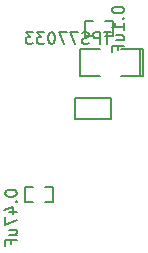
<source format=gbr>
%FSLAX46Y46*%
G04 Gerber Fmt 4.6, Leading zero omitted, Abs format (unit mm)*
G04 Created by KiCad (PCBNEW (2014-08-05 BZR 5054)-product) date Wed 24 Dec 2014 13:54:30 ACDT*
%MOMM*%
G01*
G04 APERTURE LIST*
%ADD10C,0.100000*%
%ADD11C,0.150000*%
G04 APERTURE END LIST*
D10*
D11*
X171059620Y-118870240D02*
X170361120Y-118870240D01*
X172060380Y-118870240D02*
X172758880Y-118870240D01*
X171059620Y-117569760D02*
X170361120Y-117569760D01*
X172758880Y-117569760D02*
X172060380Y-117569760D01*
X170361120Y-117585000D02*
X170361120Y-118855000D01*
X172758880Y-118855000D02*
X172758880Y-117585000D01*
X176109620Y-104860240D02*
X175411120Y-104860240D01*
X177110380Y-104860240D02*
X177808880Y-104860240D01*
X176109620Y-103559760D02*
X175411120Y-103559760D01*
X177808880Y-103559760D02*
X177110380Y-103559760D01*
X175411120Y-103575000D02*
X175411120Y-104845000D01*
X177808880Y-104845000D02*
X177808880Y-103575000D01*
X180110000Y-105877000D02*
X180364000Y-105877000D01*
X180364000Y-105877000D02*
X180364000Y-108163000D01*
X180364000Y-108163000D02*
X180110000Y-108163000D01*
X180110000Y-105877000D02*
X180110000Y-108163000D01*
X180110000Y-108163000D02*
X178459000Y-108163000D01*
X176681000Y-105877000D02*
X175030000Y-105877000D01*
X175030000Y-105877000D02*
X175030000Y-108163000D01*
X175030000Y-108163000D02*
X176681000Y-108163000D01*
X178459000Y-105877000D02*
X180110000Y-105877000D01*
X174556000Y-110091000D02*
X174556000Y-111869000D01*
X174556000Y-111869000D02*
X177604000Y-111869000D01*
X177604000Y-111869000D02*
X177604000Y-110091000D01*
X177604000Y-110091000D02*
X174556000Y-110091000D01*
X168652381Y-118080952D02*
X168652381Y-118176191D01*
X168700000Y-118271429D01*
X168747619Y-118319048D01*
X168842857Y-118366667D01*
X169033333Y-118414286D01*
X169271429Y-118414286D01*
X169461905Y-118366667D01*
X169557143Y-118319048D01*
X169604762Y-118271429D01*
X169652381Y-118176191D01*
X169652381Y-118080952D01*
X169604762Y-117985714D01*
X169557143Y-117938095D01*
X169461905Y-117890476D01*
X169271429Y-117842857D01*
X169033333Y-117842857D01*
X168842857Y-117890476D01*
X168747619Y-117938095D01*
X168700000Y-117985714D01*
X168652381Y-118080952D01*
X169557143Y-118842857D02*
X169604762Y-118890476D01*
X169652381Y-118842857D01*
X169604762Y-118795238D01*
X169557143Y-118842857D01*
X169652381Y-118842857D01*
X168985714Y-119747619D02*
X169652381Y-119747619D01*
X168604762Y-119509523D02*
X169319048Y-119271428D01*
X169319048Y-119890476D01*
X168652381Y-120176190D02*
X168652381Y-120842857D01*
X169652381Y-120414285D01*
X168985714Y-121652381D02*
X169652381Y-121652381D01*
X168985714Y-121223809D02*
X169509524Y-121223809D01*
X169604762Y-121271428D01*
X169652381Y-121366666D01*
X169652381Y-121509524D01*
X169604762Y-121604762D01*
X169557143Y-121652381D01*
X169128571Y-122461905D02*
X169128571Y-122128571D01*
X169652381Y-122128571D02*
X168652381Y-122128571D01*
X168652381Y-122604762D01*
X177713381Y-102567143D02*
X177713381Y-102662382D01*
X177761000Y-102757620D01*
X177808619Y-102805239D01*
X177903857Y-102852858D01*
X178094333Y-102900477D01*
X178332429Y-102900477D01*
X178522905Y-102852858D01*
X178618143Y-102805239D01*
X178665762Y-102757620D01*
X178713381Y-102662382D01*
X178713381Y-102567143D01*
X178665762Y-102471905D01*
X178618143Y-102424286D01*
X178522905Y-102376667D01*
X178332429Y-102329048D01*
X178094333Y-102329048D01*
X177903857Y-102376667D01*
X177808619Y-102424286D01*
X177761000Y-102471905D01*
X177713381Y-102567143D01*
X178618143Y-103329048D02*
X178665762Y-103376667D01*
X178713381Y-103329048D01*
X178665762Y-103281429D01*
X178618143Y-103329048D01*
X178713381Y-103329048D01*
X178713381Y-104329048D02*
X178713381Y-103757619D01*
X178713381Y-104043333D02*
X177713381Y-104043333D01*
X177856238Y-103948095D01*
X177951476Y-103852857D01*
X177999095Y-103757619D01*
X178046714Y-105186191D02*
X178713381Y-105186191D01*
X178046714Y-104757619D02*
X178570524Y-104757619D01*
X178665762Y-104805238D01*
X178713381Y-104900476D01*
X178713381Y-105043334D01*
X178665762Y-105138572D01*
X178618143Y-105186191D01*
X178189571Y-105995715D02*
X178189571Y-105662381D01*
X178713381Y-105662381D02*
X177713381Y-105662381D01*
X177713381Y-106138572D01*
X177592857Y-104482381D02*
X177021428Y-104482381D01*
X177307143Y-105482381D02*
X177307143Y-104482381D01*
X176688095Y-105482381D02*
X176688095Y-104482381D01*
X176307142Y-104482381D01*
X176211904Y-104530000D01*
X176164285Y-104577619D01*
X176116666Y-104672857D01*
X176116666Y-104815714D01*
X176164285Y-104910952D01*
X176211904Y-104958571D01*
X176307142Y-105006190D01*
X176688095Y-105006190D01*
X175735714Y-105434762D02*
X175592857Y-105482381D01*
X175354761Y-105482381D01*
X175259523Y-105434762D01*
X175211904Y-105387143D01*
X175164285Y-105291905D01*
X175164285Y-105196667D01*
X175211904Y-105101429D01*
X175259523Y-105053810D01*
X175354761Y-105006190D01*
X175545238Y-104958571D01*
X175640476Y-104910952D01*
X175688095Y-104863333D01*
X175735714Y-104768095D01*
X175735714Y-104672857D01*
X175688095Y-104577619D01*
X175640476Y-104530000D01*
X175545238Y-104482381D01*
X175307142Y-104482381D01*
X175164285Y-104530000D01*
X174830952Y-104482381D02*
X174164285Y-104482381D01*
X174592857Y-105482381D01*
X173878571Y-104482381D02*
X173211904Y-104482381D01*
X173640476Y-105482381D01*
X172640476Y-104482381D02*
X172545237Y-104482381D01*
X172449999Y-104530000D01*
X172402380Y-104577619D01*
X172354761Y-104672857D01*
X172307142Y-104863333D01*
X172307142Y-105101429D01*
X172354761Y-105291905D01*
X172402380Y-105387143D01*
X172449999Y-105434762D01*
X172545237Y-105482381D01*
X172640476Y-105482381D01*
X172735714Y-105434762D01*
X172783333Y-105387143D01*
X172830952Y-105291905D01*
X172878571Y-105101429D01*
X172878571Y-104863333D01*
X172830952Y-104672857D01*
X172783333Y-104577619D01*
X172735714Y-104530000D01*
X172640476Y-104482381D01*
X171973809Y-104482381D02*
X171354761Y-104482381D01*
X171688095Y-104863333D01*
X171545237Y-104863333D01*
X171449999Y-104910952D01*
X171402380Y-104958571D01*
X171354761Y-105053810D01*
X171354761Y-105291905D01*
X171402380Y-105387143D01*
X171449999Y-105434762D01*
X171545237Y-105482381D01*
X171830952Y-105482381D01*
X171926190Y-105434762D01*
X171973809Y-105387143D01*
X171021428Y-104482381D02*
X170402380Y-104482381D01*
X170735714Y-104863333D01*
X170592856Y-104863333D01*
X170497618Y-104910952D01*
X170449999Y-104958571D01*
X170402380Y-105053810D01*
X170402380Y-105291905D01*
X170449999Y-105387143D01*
X170497618Y-105434762D01*
X170592856Y-105482381D01*
X170878571Y-105482381D01*
X170973809Y-105434762D01*
X171021428Y-105387143D01*
M02*

</source>
